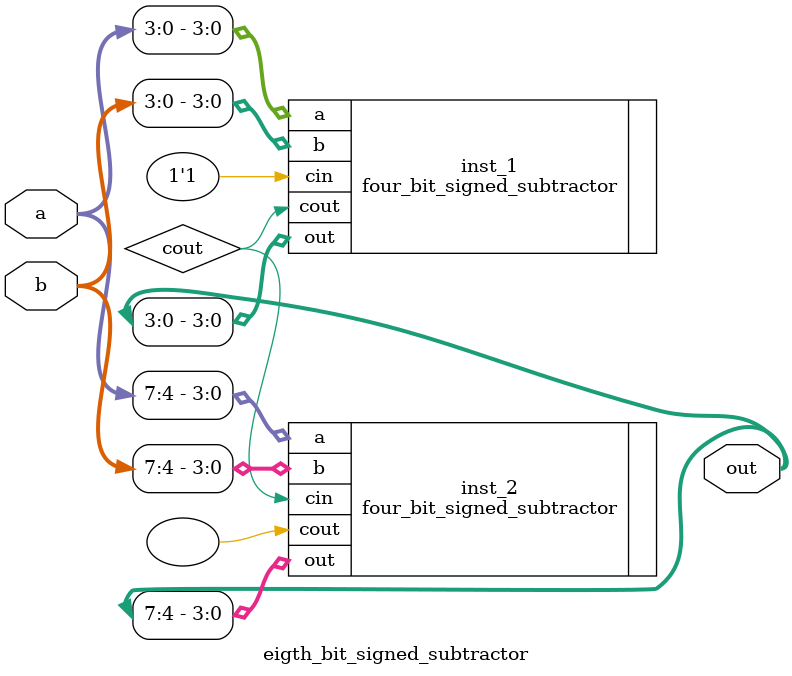
<source format=v>
module eigth_bit_signed_subtractor(
    input [7:0] a,
    input [7:0] b,
    output [7:0] out
);
    wire cout;
    four_bit_signed_subtractor inst_1(
        .a(a[3:0]),
        .b(b[3:0]),
        .cin(1'b1),
        .out(out[3:0]),
        .cout(cout)
    );  
    four_bit_signed_subtractor inst_2(
        .a(a[7:4]),
        .b(b[7:4]),
        .cin(cout),
        .out(out[7:4]),
        .cout()
    );  
endmodule

</source>
